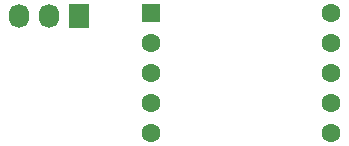
<source format=gbr>
%TF.GenerationSoftware,KiCad,Pcbnew,6.0.2+dfsg-1*%
%TF.CreationDate,2024-01-30T23:14:53-06:00*%
%TF.ProjectId,PCB,5043422e-6b69-4636-9164-5f7063625858,0.11*%
%TF.SameCoordinates,Original*%
%TF.FileFunction,Soldermask,Bot*%
%TF.FilePolarity,Negative*%
%FSLAX46Y46*%
G04 Gerber Fmt 4.6, Leading zero omitted, Abs format (unit mm)*
G04 Created by KiCad (PCBNEW 6.0.2+dfsg-1) date 2024-01-30 23:14:53*
%MOMM*%
%LPD*%
G01*
G04 APERTURE LIST*
%ADD10R,1.730000X2.030000*%
%ADD11O,1.730000X2.030000*%
%ADD12R,1.600000X1.600000*%
%ADD13C,1.600000*%
G04 APERTURE END LIST*
D10*
%TO.C,J1*%
X151500000Y-89092000D03*
D11*
X148960000Y-89092000D03*
X146420000Y-89092000D03*
%TD*%
D12*
%TO.C,U3*%
X157640000Y-88870000D03*
D13*
X157640000Y-91410000D03*
X157640000Y-93950000D03*
X157640000Y-96490000D03*
X157640000Y-99030000D03*
X172880000Y-99030000D03*
X172880000Y-96490000D03*
X172880000Y-93950000D03*
X172880000Y-91410000D03*
X172880000Y-88870000D03*
%TD*%
M02*

</source>
